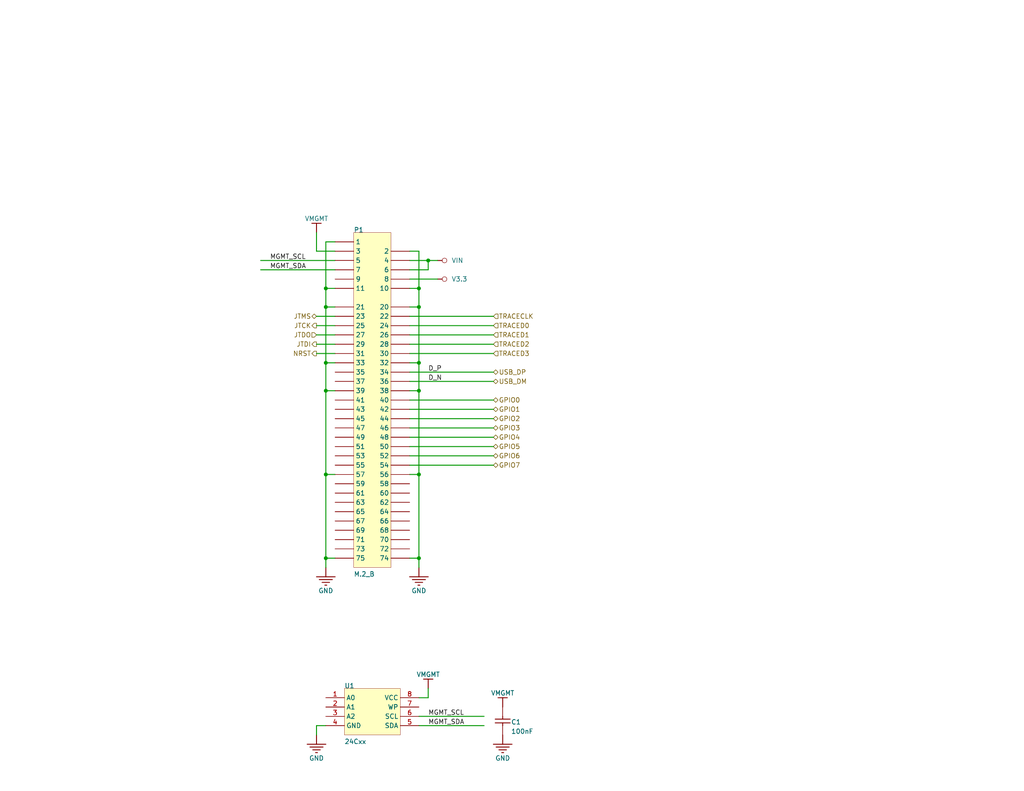
<source format=kicad_sch>
(kicad_sch (version 20231120) (generator "eeschema") (generator_version "8.0")
  (paper "A")
  (lib_symbols
    (symbol "edge-altium-import:GND_POWER_GROUND" (power)
      (property "Reference" "#PWR" (at 0 0 0))
      (property "Value" "GND" (at 0 6.35 0))
      (symbol "GND_POWER_GROUND_0_0"
        (polyline (pts (xy -2.54 -2.54) (xy 2.54 -2.54)) (stroke (width 0.254)))
        (polyline (pts (xy -1.778 -3.302) (xy 1.778 -3.302)) (stroke (width 0.254)))
        (polyline (pts (xy -1.016 -4.064) (xy 1.016 -4.064)) (stroke (width 0.254)))
        (polyline (pts (xy -0.254 -4.826) (xy 0.254 -4.826)) (stroke (width 0.254)))
        (polyline (pts (xy 0 0) (xy 0 -2.54)) (stroke (width 0.254)))
        (pin power_in line (at 0 0 0) (length 0) hide (name "GND") (number ""))
      )
    )
    (symbol "edge-altium-import:V3.3_CIRCLE" (power)
      (property "Reference" "#PWR" (at 0 0 0))
      (property "Value" "V3.3" (at 0 3.81 0))
      (symbol "V3.3_CIRCLE_0_0"
        (circle (center 0 -1.905) (radius 0.635) (stroke (width 0.127)))
        (polyline (pts (xy 0 0) (xy 0 -1.27)) (stroke (width 0.254)))
        (pin power_in line (at 0 0 0) (length 0) hide (name "V3.3") (number ""))
      )
    )
    (symbol "edge-altium-import:VIN_CIRCLE" (power)
      (property "Reference" "#PWR" (at 0 0 0))
      (property "Value" "VIN" (at 0 3.81 0))
      (symbol "VIN_CIRCLE_0_0"
        (circle (center 0 -1.905) (radius 0.635) (stroke (width 0.127)))
        (polyline (pts (xy 0 0) (xy 0 -1.27)) (stroke (width 0.254)))
        (pin power_in line (at 0 0 0) (length 0) hide (name "VIN") (number ""))
      )
    )
    (symbol "edge-altium-import:VMGMT_BAR" (power)
      (property "Reference" "#PWR" (at 0 0 0))
      (property "Value" "VMGMT" (at 0 3.81 0))
      (symbol "VMGMT_BAR_0_0"
        (polyline (pts (xy -1.27 -2.54) (xy 1.27 -2.54)) (stroke (width 0.254)))
        (polyline (pts (xy 0 0) (xy 0 -2.54)) (stroke (width 0.254)))
        (pin power_in line (at 0 0 0) (length 0) hide (name "VMGMT") (number ""))
      )
    )
    (symbol "edge-altium-import:root_0_24Cxx"
      (symbol "root_0_24Cxx_1_0"
        (rectangle (start 7.62 5.08) (end -7.62 -7.62) (stroke (width 0.0254) (color 128 0 0 1)) (fill (type background)))
        (pin passive line (at -12.7 2.54 0) (length 5.08) (name "A0") (number "1"))
        (pin passive line (at -12.7 0 0) (length 5.08) (name "A1") (number "2"))
        (pin passive line (at -12.7 -2.54 0) (length 5.08) (name "A2") (number "3"))
        (pin passive line (at -12.7 -5.08 0) (length 5.08) (name "GND") (number "4"))
        (pin passive line (at 12.7 -5.08 180) (length 5.08) (name "SDA") (number "5"))
        (pin passive line (at 12.7 -2.54 180) (length 5.08) (name "SCL") (number "6"))
        (pin passive line (at 12.7 0 180) (length 5.08) (name "WP") (number "7"))
        (pin passive line (at 12.7 2.54 180) (length 5.08) (name "VCC") (number "8"))
      )
    )
    (symbol "edge-altium-import:root_0_M.2_B"
      (symbol "root_0_M.2_B_1_0"
        (rectangle (start 5.08 43.18) (end -5.08 -48.26) (stroke (width 0.0254) (color 128 0 0 1)) (fill (type background)))
        (pin passive line (at -10.16 40.64 0) (length 5.08) (name "1") (number "1"))
        (pin passive line (at 10.16 27.94 180) (length 5.08) (name "10") (number "10"))
        (pin passive line (at -10.16 27.94 0) (length 5.08) (name "11") (number "11"))
        (pin passive line (at 10.16 38.1 180) (length 5.08) (name "2") (number "2"))
        (pin passive line (at 10.16 22.86 180) (length 5.08) (name "20") (number "20"))
        (pin passive line (at -10.16 22.86 0) (length 5.08) (name "21") (number "21"))
        (pin passive line (at 10.16 20.32 180) (length 5.08) (name "22") (number "22"))
        (pin passive line (at -10.16 20.32 0) (length 5.08) (name "23") (number "23"))
        (pin passive line (at 10.16 17.78 180) (length 5.08) (name "24") (number "24"))
        (pin passive line (at -10.16 17.78 0) (length 5.08) (name "25") (number "25"))
        (pin passive line (at 10.16 15.24 180) (length 5.08) (name "26") (number "26"))
        (pin passive line (at -10.16 15.24 0) (length 5.08) (name "27") (number "27"))
        (pin passive line (at 10.16 12.7 180) (length 5.08) (name "28") (number "28"))
        (pin passive line (at -10.16 12.7 0) (length 5.08) (name "29") (number "29"))
        (pin passive line (at -10.16 38.1 0) (length 5.08) (name "3") (number "3"))
        (pin passive line (at 10.16 10.16 180) (length 5.08) (name "30") (number "30"))
        (pin passive line (at -10.16 10.16 0) (length 5.08) (name "31") (number "31"))
        (pin passive line (at 10.16 7.62 180) (length 5.08) (name "32") (number "32"))
        (pin passive line (at -10.16 7.62 0) (length 5.08) (name "33") (number "33"))
        (pin passive line (at 10.16 5.08 180) (length 5.08) (name "34") (number "34"))
        (pin passive line (at -10.16 5.08 0) (length 5.08) (name "35") (number "35"))
        (pin passive line (at 10.16 2.54 180) (length 5.08) (name "36") (number "36"))
        (pin passive line (at -10.16 2.54 0) (length 5.08) (name "37") (number "37"))
        (pin passive line (at 10.16 0 180) (length 5.08) (name "38") (number "38"))
        (pin passive line (at -10.16 0 0) (length 5.08) (name "39") (number "39"))
        (pin passive line (at 10.16 35.56 180) (length 5.08) (name "4") (number "4"))
        (pin passive line (at 10.16 -2.54 180) (length 5.08) (name "40") (number "40"))
        (pin passive line (at -10.16 -2.54 0) (length 5.08) (name "41") (number "41"))
        (pin passive line (at 10.16 -5.08 180) (length 5.08) (name "42") (number "42"))
        (pin passive line (at -10.16 -5.08 0) (length 5.08) (name "43") (number "43"))
        (pin passive line (at 10.16 -7.62 180) (length 5.08) (name "44") (number "44"))
        (pin passive line (at -10.16 -7.62 0) (length 5.08) (name "45") (number "45"))
        (pin passive line (at 10.16 -10.16 180) (length 5.08) (name "46") (number "46"))
        (pin passive line (at -10.16 -10.16 0) (length 5.08) (name "47") (number "47"))
        (pin passive line (at 10.16 -12.7 180) (length 5.08) (name "48") (number "48"))
        (pin passive line (at -10.16 -12.7 0) (length 5.08) (name "49") (number "49"))
        (pin passive line (at -10.16 35.56 0) (length 5.08) (name "5") (number "5"))
        (pin passive line (at 10.16 -15.24 180) (length 5.08) (name "50") (number "50"))
        (pin passive line (at -10.16 -15.24 0) (length 5.08) (name "51") (number "51"))
        (pin passive line (at 10.16 -17.78 180) (length 5.08) (name "52") (number "52"))
        (pin passive line (at -10.16 -17.78 0) (length 5.08) (name "53") (number "53"))
        (pin passive line (at 10.16 -20.32 180) (length 5.08) (name "54") (number "54"))
        (pin passive line (at -10.16 -20.32 0) (length 5.08) (name "55") (number "55"))
        (pin passive line (at 10.16 -22.86 180) (length 5.08) (name "56") (number "56"))
        (pin passive line (at -10.16 -22.86 0) (length 5.08) (name "57") (number "57"))
        (pin passive line (at 10.16 -25.4 180) (length 5.08) (name "58") (number "58"))
        (pin passive line (at -10.16 -25.4 0) (length 5.08) (name "59") (number "59"))
        (pin passive line (at 10.16 33.02 180) (length 5.08) (name "6") (number "6"))
        (pin passive line (at 10.16 -27.94 180) (length 5.08) (name "60") (number "60"))
        (pin passive line (at -10.16 -27.94 0) (length 5.08) (name "61") (number "61"))
        (pin passive line (at 10.16 -30.48 180) (length 5.08) (name "62") (number "62"))
        (pin passive line (at -10.16 -30.48 0) (length 5.08) (name "63") (number "63"))
        (pin passive line (at 10.16 -33.02 180) (length 5.08) (name "64") (number "64"))
        (pin passive line (at -10.16 -33.02 0) (length 5.08) (name "65") (number "65"))
        (pin passive line (at 10.16 -35.56 180) (length 5.08) (name "66") (number "66"))
        (pin passive line (at -10.16 -35.56 0) (length 5.08) (name "67") (number "67"))
        (pin passive line (at 10.16 -38.1 180) (length 5.08) (name "68") (number "68"))
        (pin passive line (at -10.16 -38.1 0) (length 5.08) (name "69") (number "69"))
        (pin passive line (at -10.16 33.02 0) (length 5.08) (name "7") (number "7"))
        (pin passive line (at 10.16 -40.64 180) (length 5.08) (name "70") (number "70"))
        (pin passive line (at -10.16 -40.64 0) (length 5.08) (name "71") (number "71"))
        (pin passive line (at 10.16 -43.18 180) (length 5.08) (name "72") (number "72"))
        (pin passive line (at -10.16 -43.18 0) (length 5.08) (name "73") (number "73"))
        (pin passive line (at 10.16 -45.72 180) (length 5.08) (name "74") (number "74"))
        (pin passive line (at -10.16 -45.72 0) (length 5.08) (name "75") (number "75"))
        (pin passive line (at 10.16 30.48 180) (length 5.08) (name "8") (number "8"))
        (pin passive line (at -10.16 30.48 0) (length 5.08) (name "9") (number "9"))
      )
    )
    (symbol "edge-altium-import:root_1_Capacitor"
      (symbol "root_1_Capacitor_1_0"
        (polyline (pts (xy -2.032 0.762) (xy 2.032 0.762)) (stroke (width 0.254)))
        (polyline (pts (xy 0 0) (xy 0 0.762)) (stroke (width 0.254)))
        (polyline (pts (xy 0 1.778) (xy 0 2.54)) (stroke (width 0.254)))
        (polyline (pts (xy 2.032 1.778) (xy -2.032 1.778)) (stroke (width 0.254)))
        (pin passive line (at 0 -2.54 90) (length 2.54) (name "1") (number "1"))
        (pin passive line (at 0 5.08 270) (length 2.54) (name "2") (number "2"))
      )
    )
  )
  (junction (at 114.3 152.4))
  (junction (at 114.3 99.06))
  (junction (at 114.3 78.74))
  (junction (at 114.3 106.68))
  (junction (at 88.9 99.06))
  (junction (at 88.9 78.74))
  (junction (at 114.3 129.54))
  (junction (at 88.9 152.4))
  (junction (at 114.3 83.82))
  (junction (at 116.84 71.12))
  (junction (at 88.9 83.82))
  (junction (at 88.9 129.54))
  (junction (at 88.9 106.68))
  (wire (pts (xy 114.3 78.74) (xy 114.3 68.58)) (stroke (width 0.254)))
  (wire (pts (xy 88.9 78.74) (xy 91.44 78.74)) (stroke (width 0.254)))
  (wire (pts (xy 114.3 198.12) (xy 132.08 198.12)) (stroke (width 0.254)))
  (wire (pts (xy 88.9 99.06) (xy 88.9 83.82)) (stroke (width 0.254)))
  (wire (pts (xy 88.9 83.82) (xy 91.44 83.82)) (stroke (width 0.254)))
  (wire (pts (xy 114.3 152.4) (xy 114.3 129.54)) (stroke (width 0.254)))
  (wire (pts (xy 114.3 68.58) (xy 111.76 68.58)) (stroke (width 0.254)))
  (wire (pts (xy 134.62 88.9) (xy 111.76 88.9)) (stroke (width 0.254)))
  (wire (pts (xy 111.76 106.68) (xy 114.3 106.68)) (stroke (width 0.254)))
  (wire (pts (xy 86.36 198.12) (xy 86.36 200.66)) (stroke (width 0.254)))
  (wire (pts (xy 134.62 86.36) (xy 111.76 86.36)) (stroke (width 0.254)))
  (wire (pts (xy 134.62 124.46) (xy 111.76 124.46)) (stroke (width 0.254)))
  (wire (pts (xy 91.44 152.4) (xy 88.9 152.4)) (stroke (width 0.254)))
  (wire (pts (xy 111.76 152.4) (xy 114.3 152.4)) (stroke (width 0.254)))
  (wire (pts (xy 86.36 91.44) (xy 91.44 91.44)) (stroke (width 0.254)))
  (wire (pts (xy 114.3 83.82) (xy 114.3 78.74)) (stroke (width 0.254)))
  (wire (pts (xy 111.76 99.06) (xy 114.3 99.06)) (stroke (width 0.254)))
  (wire (pts (xy 88.9 66.04) (xy 91.44 66.04)) (stroke (width 0.254)))
  (wire (pts (xy 88.9 129.54) (xy 88.9 106.68)) (stroke (width 0.254)))
  (wire (pts (xy 86.36 63.5) (xy 86.36 68.58)) (stroke (width 0.254)))
  (wire (pts (xy 134.62 101.6) (xy 111.76 101.6)) (stroke (width 0.254)))
  (wire (pts (xy 116.84 73.66) (xy 116.84 71.12)) (stroke (width 0.254)))
  (wire (pts (xy 88.9 106.68) (xy 88.9 99.06)) (stroke (width 0.254)))
  (wire (pts (xy 134.62 114.3) (xy 111.76 114.3)) (stroke (width 0.254)))
  (wire (pts (xy 88.9 83.82) (xy 88.9 78.74)) (stroke (width 0.254)))
  (wire (pts (xy 111.76 73.66) (xy 116.84 73.66)) (stroke (width 0.254)))
  (wire (pts (xy 86.36 93.98) (xy 91.44 93.98)) (stroke (width 0.254)))
  (wire (pts (xy 114.3 195.58) (xy 132.08 195.58)) (stroke (width 0.254)))
  (wire (pts (xy 134.62 121.92) (xy 111.76 121.92)) (stroke (width 0.254)))
  (wire (pts (xy 88.9 78.74) (xy 88.9 66.04)) (stroke (width 0.254)))
  (wire (pts (xy 134.62 91.44) (xy 111.76 91.44)) (stroke (width 0.254)))
  (wire (pts (xy 86.36 96.52) (xy 91.44 96.52)) (stroke (width 0.254)))
  (wire (pts (xy 88.9 152.4) (xy 88.9 129.54)) (stroke (width 0.254)))
  (wire (pts (xy 91.44 129.54) (xy 88.9 129.54)) (stroke (width 0.254)))
  (wire (pts (xy 111.76 129.54) (xy 114.3 129.54)) (stroke (width 0.254)))
  (wire (pts (xy 134.62 119.38) (xy 111.76 119.38)) (stroke (width 0.254)))
  (wire (pts (xy 134.62 109.22) (xy 111.76 109.22)) (stroke (width 0.254)))
  (wire (pts (xy 134.62 93.98) (xy 111.76 93.98)) (stroke (width 0.254)))
  (wire (pts (xy 88.9 154.94) (xy 88.9 152.4)) (stroke (width 0.254)))
  (wire (pts (xy 91.44 106.68) (xy 88.9 106.68)) (stroke (width 0.254)))
  (wire (pts (xy 86.36 86.36) (xy 91.44 86.36)) (stroke (width 0.254)))
  (wire (pts (xy 91.44 71.12) (xy 71.12 71.12)) (stroke (width 0.254)))
  (wire (pts (xy 114.3 99.06) (xy 114.3 83.82)) (stroke (width 0.254)))
  (wire (pts (xy 116.84 190.5) (xy 114.3 190.5)) (stroke (width 0.254)))
  (wire (pts (xy 134.62 104.14) (xy 111.76 104.14)) (stroke (width 0.254)))
  (wire (pts (xy 134.62 127) (xy 111.76 127)) (stroke (width 0.254)))
  (wire (pts (xy 134.62 111.76) (xy 111.76 111.76)) (stroke (width 0.254)))
  (wire (pts (xy 114.3 106.68) (xy 114.3 99.06)) (stroke (width 0.254)))
  (wire (pts (xy 111.76 71.12) (xy 116.84 71.12)) (stroke (width 0.254)))
  (wire (pts (xy 116.84 71.12) (xy 119.38 71.12)) (stroke (width 0.254)))
  (wire (pts (xy 134.62 116.84) (xy 111.76 116.84)) (stroke (width 0.254)))
  (wire (pts (xy 114.3 154.94) (xy 114.3 152.4)) (stroke (width 0.254)))
  (wire (pts (xy 111.76 78.74) (xy 114.3 78.74)) (stroke (width 0.254)))
  (wire (pts (xy 88.9 99.06) (xy 91.44 99.06)) (stroke (width 0.254)))
  (wire (pts (xy 114.3 129.54) (xy 114.3 106.68)) (stroke (width 0.254)))
  (wire (pts (xy 111.76 83.82) (xy 114.3 83.82)) (stroke (width 0.254)))
  (wire (pts (xy 134.62 96.52) (xy 111.76 96.52)) (stroke (width 0.254)))
  (wire (pts (xy 116.84 187.96) (xy 116.84 190.5)) (stroke (width 0.254)))
  (wire (pts (xy 86.36 88.9) (xy 91.44 88.9)) (stroke (width 0.254)))
  (wire (pts (xy 86.36 68.58) (xy 91.44 68.58)) (stroke (width 0.254)))
  (wire (pts (xy 88.9 198.12) (xy 86.36 198.12)) (stroke (width 0.254)))
  (wire (pts (xy 111.76 76.2) (xy 119.38 76.2)) (stroke (width 0.254)))
  (wire (pts (xy 71.12 73.66) (xy 91.44 73.66)) (stroke (width 0.254)))
  (label "MGMT_SCL" (at 116.84 195.58 0))
  (label "MGMT_SDA" (at 116.84 198.12 0))
  (label "D_N" (at 116.84 104.14 0))
  (label "MGMT_SCL" (at 73.66 71.12 0))
  (label "D_P" (at 116.84 101.6 0))
  (label "MGMT_SDA" (at 73.66 73.66 0))
  (hierarchical_label "GPIO6" (shape bidirectional) (at 134.62 124.46 0))
  (hierarchical_label "TRACED1" (shape input) (at 134.62 91.44 0))
  (hierarchical_label "USB_DP" (shape bidirectional) (at 134.62 101.6 0))
  (hierarchical_label "GPIO4" (shape bidirectional) (at 134.62 119.38 0))
  (hierarchical_label "USB_DM" (shape bidirectional) (at 134.62 104.14 0))
  (hierarchical_label "GPIO3" (shape bidirectional) (at 134.62 116.84 0))
  (hierarchical_label "JTMS" (shape bidirectional) (at 86.36 86.36 180))
  (hierarchical_label "JTDI" (shape output) (at 86.36 93.98 180))
  (hierarchical_label "GPIO1" (shape bidirectional) (at 134.62 111.76 0))
  (hierarchical_label "GPIO2" (shape bidirectional) (at 134.62 114.3 0))
  (hierarchical_label "JTCK" (shape output) (at 86.36 88.9 180))
  (hierarchical_label "JTDO" (shape input) (at 86.36 91.44 180))
  (hierarchical_label "TRACED2" (shape input) (at 134.62 93.98 0))
  (hierarchical_label "NRST" (shape output) (at 86.36 96.52 180))
  (hierarchical_label "TRACED0" (shape input) (at 134.62 88.9 0))
  (hierarchical_label "TRACECLK" (shape input) (at 134.62 86.36 0))
  (hierarchical_label "GPIO0" (shape bidirectional) (at 134.62 109.22 0))
  (hierarchical_label "GPIO7" (shape bidirectional) (at 134.62 127 0))
  (hierarchical_label "TRACED3" (shape input) (at 134.62 96.52 0))
  (hierarchical_label "GPIO5" (shape bidirectional) (at 134.62 121.92 0))
  (symbol (lib_id "edge-altium-import:V3.3_CIRCLE") (at 119.38 76.2 90) (unit 1)
    (property "Reference" "#PWR?" (effects (hide yes)))
    (property "Value" "V3.3" (at 123.19 76.2 90) (effects (justify right)))
  )
  (symbol (lib_id "edge-altium-import:GND_POWER_GROUND") (at 88.9 154.94 0) (unit 1)
    (property "Reference" "#PWR?" (effects (hide yes)))
    (property "Value" "GND" (at 88.9 161.29 0))
  )
  (symbol (lib_id "edge-altium-import:GND_POWER_GROUND") (at 114.3 154.94 0) (unit 1)
    (property "Reference" "#PWR?" (effects (hide yes)))
    (property "Value" "GND" (at 114.3 161.29 0))
  )
  (symbol (lib_id "edge-altium-import:VIN_CIRCLE") (at 119.38 71.12 90) (unit 1)
    (property "Reference" "#PWR?" (effects (hide yes)))
    (property "Value" "VIN" (at 123.19 71.12 90) (effects (justify right)))
  )
  (symbol (lib_id "edge-altium-import:root_1_Capacitor") (at 137.16 198.12 0) (unit 1)
    (property "Reference" "C1" (at 139.446 197.866 0) (effects (justify left bottom)))
    (property "Value" "${ALTIUM_VALUE}" (at 139.446 200.406 0) (effects (justify left bottom)))
    (property "Footprint" "0402" (effects (hide yes)))
    (property "ALTIUM_VALUE" "100nF" (effects (hide yes)))
  )
  (symbol (lib_id "edge-altium-import:GND_POWER_GROUND") (at 137.16 200.66 0) (unit 1)
    (property "Reference" "#PWR?" (effects (hide yes)))
    (property "Value" "GND" (at 137.16 207.01 0))
  )
  (symbol (lib_id "edge-altium-import:GND_POWER_GROUND") (at 86.36 200.66 0) (unit 1)
    (property "Reference" "#PWR?" (effects (hide yes)))
    (property "Value" "GND" (at 86.36 207.01 0))
  )
  (symbol (lib_id "edge-altium-import:VMGMT_BAR") (at 137.16 193.04 180) (unit 1)
    (property "Reference" "#PWR?" (effects (hide yes)))
    (property "Value" "VMGMT" (at 137.16 189.23 0))
  )
  (symbol (lib_id "edge-altium-import:root_0_24Cxx") (at 101.6 193.04 0) (unit 1)
    (property "Reference" "U1" (at 93.98 187.96 0) (effects (justify left bottom)))
    (property "Value" "24Cxx" (at 93.98 203.2 0) (effects (justify left bottom)))
    (property "Footprint" "SO8" (effects (hide yes)))
  )
  (symbol (lib_id "edge-altium-import:root_0_M.2_B") (at 101.6 106.68 0) (unit 1)
    (property "Reference" "P1" (at 96.52 63.5 0) (effects (justify left bottom)))
    (property "Value" "M.2_B" (at 96.52 157.48 0) (effects (justify left bottom)))
    (property "Footprint" "M.2_B_EDGE" (effects (hide yes)))
  )
  (symbol (lib_id "edge-altium-import:VMGMT_BAR") (at 116.84 187.96 180) (unit 1)
    (property "Reference" "#PWR?" (effects (hide yes)))
    (property "Value" "VMGMT" (at 116.84 184.15 0))
  )
  (symbol (lib_id "edge-altium-import:VMGMT_BAR") (at 86.36 63.5 180) (unit 1)
    (property "Reference" "#PWR?" (effects (hide yes)))
    (property "Value" "VMGMT" (at 86.36 59.69 0))
  )
)
</source>
